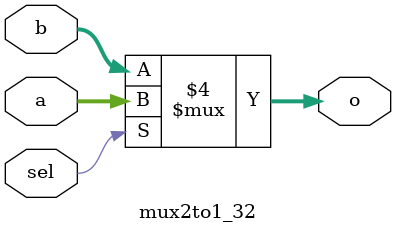
<source format=v>
`timescale 1ns / 1ps
module mux2to1_32(
input wire sel,
input wire[31:0] a,
input wire[31:0] b,
output wire[31:0] o
    );

always@* begin
	if(sel == 1'b1)
		o[31:0] <= a[31:0];
	else
		o[31:0] <= b[31:0];
end

endmodule

</source>
